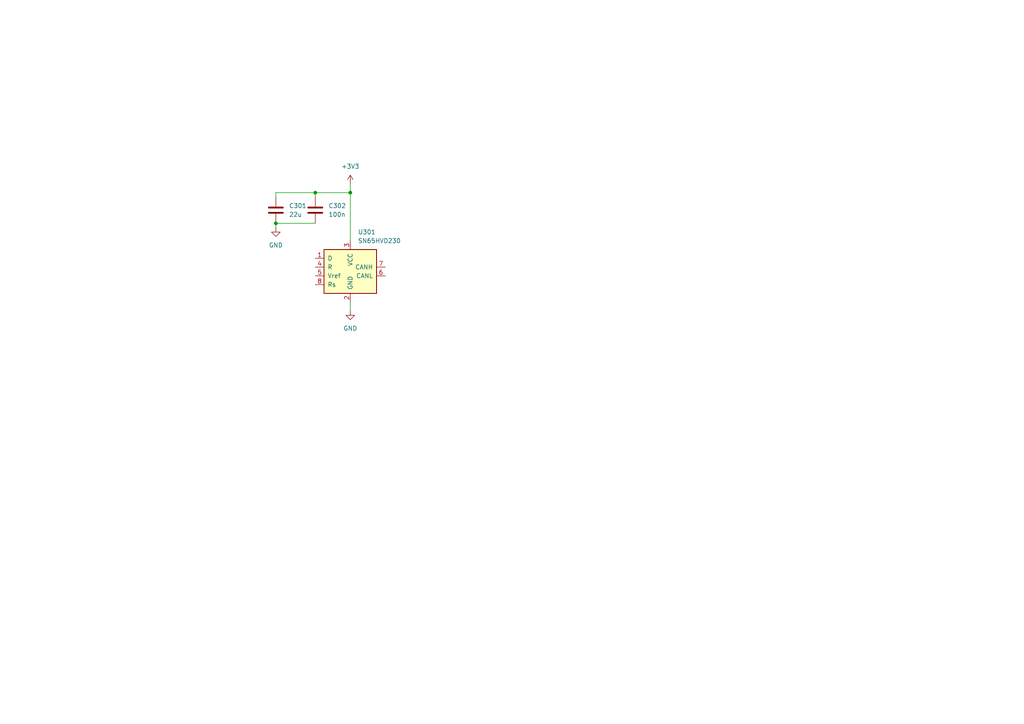
<source format=kicad_sch>
(kicad_sch (version 20231120) (generator "eeschema") (generator_version "8.0")
  (paper "A4")
  (lib_symbols
    (symbol "Device:C" (pin_numbers hide) (pin_names (offset 0.254))
      (property "Reference" "C" (at 0.635 2.54 0))
      (property "Value" "C" (at 0.635 -2.54 0))
      (symbol "C_0_1"
        (polyline (pts (xy -2.032 -0.762) (xy 2.032 -0.762)) (stroke (width 0.508)))
        (polyline (pts (xy -2.032 0.762) (xy 2.032 0.762)) (stroke (width 0.508)))
      )
      (symbol "C_1_1"
        (pin passive line (at 0 3.81 270) (length 2.794) (name "~") (number "1"))
        (pin passive line (at 0 -3.81 90) (length 2.794) (name "~") (number "2"))
      )
    )
    (symbol "Interface_CAN_LIN:SN65HVD230" (pin_names (offset 1.016))
      (property "Reference" "U" (at -2.54 10.16 0))
      (property "Value" "SN65HVD230" (at -2.54 7.62 0))
      (symbol "SN65HVD230_0_1"
        (rectangle (start -7.62 5.08) (end 7.62 -7.62) (stroke (width 0.254)) (fill (type background)))
      )
      (symbol "SN65HVD230_1_1"
        (pin input line (at -10.16 2.54 0) (length 2.54) (name "D") (number "1"))
        (pin power_in line (at 0 -10.16 90) (length 2.54) (name "GND") (number "2"))
        (pin power_in line (at 0 7.62 270) (length 2.54) (name "VCC") (number "3"))
        (pin output line (at -10.16 0 0) (length 2.54) (name "R") (number "4"))
        (pin output line (at -10.16 -2.54 0) (length 2.54) (name "Vref") (number "5"))
        (pin bidirectional line (at 10.16 -2.54 180) (length 2.54) (name "CANL") (number "6"))
        (pin bidirectional line (at 10.16 0 180) (length 2.54) (name "CANH") (number "7"))
        (pin input line (at -10.16 -5.08 0) (length 2.54) (name "Rs") (number "8"))
      )
    )
    (symbol "power:+3V3" (power) (pin_numbers hide) (pin_names (offset 0) hide)
      (property "Value" "+3V3" (at 0 3.556 0))
      (symbol "+3V3_0_1"
        (polyline (pts (xy -0.762 1.27) (xy 0 2.54)))
        (polyline (pts (xy 0 0) (xy 0 2.54)))
        (polyline (pts (xy 0 2.54) (xy 0.762 1.27)))
      )
      (symbol "+3V3_1_1"
        (pin power_in line (at 0 0 90) (length 0) (name "~") (number "1"))
      )
    )
    (symbol "power:GND" (power) (pin_numbers hide) (pin_names (offset 0) hide)
      (property "Value" "GND" (at 0 -3.81 0))
      (symbol "GND_0_1"
        (polyline (pts (xy 0 0) (xy 0 -1.27) (xy 1.27 -1.27) (xy 0 -2.54) (xy -1.27 -1.27) (xy 0 -1.27)))
      )
      (symbol "GND_1_1"
        (pin power_in line (at 0 0 270) (length 0) (name "~") (number "1"))
      )
    )
  )
  (junction (at 101.6 55.88))
  (junction (at 91.44 55.88))
  (junction (at 80.01 64.77))
  (wire (pts (xy 101.6 53.34) (xy 101.6 55.88)))
  (wire (pts (xy 91.44 55.88) (xy 101.6 55.88)))
  (wire (pts (xy 80.01 55.88) (xy 91.44 55.88)))
  (wire (pts (xy 101.6 55.88) (xy 101.6 69.85)))
  (wire (pts (xy 80.01 64.77) (xy 91.44 64.77)))
  (wire (pts (xy 101.6 90.17) (xy 101.6 87.63)))
  (wire (pts (xy 80.01 66.04) (xy 80.01 64.77)))
  (wire (pts (xy 80.01 57.15) (xy 80.01 55.88)))
  (wire (pts (xy 91.44 57.15) (xy 91.44 55.88)))
  (symbol (lib_id "power:GND") (at 80.01 66.04 0) (unit 1)
    (property "Reference" "#PWR0303" (effects (hide yes)))
    (property "Value" "GND" (at 80.01 71.12 0))
    (property "Description" "Power symbol creates a global label with name \"GND\" , ground" (effects (hide yes)))
    (instances (project "BaseStation" (path "" (reference "#PWR0303") (unit 1)) (path "" (reference "#PWR0403") (unit 1))))
  )
  (symbol (lib_id "Interface_CAN_LIN:SN65HVD230") (at 101.6 77.47 0) (unit 1)
    (property "Reference" "U301" (at 103.7941 67.31 0) (effects (justify left)))
    (property "Value" "SN65HVD230" (at 103.7941 69.85 0) (effects (justify left)))
    (property "Footprint" "Package_SO:SOIC-8_3.9x4.9mm_P1.27mm" (effects (hide yes)))
    (property "Datasheet" "http://www.ti.com/lit/ds/symlink/sn65hvd230.pdf" (effects (hide yes)))
    (property "Description" "CAN Bus Transceivers, 3.3V, 1Mbps, Low-Power capabilities, SOIC-8" (effects (hide yes)))
    (property "LCSC" "C12084" (effects (hide yes)))
    (instances (project "BaseStation" (path "" (reference "U301") (unit 1)) (path "" (reference "U401") (unit 1))))
  )
  (symbol (lib_id "power:GND") (at 101.6 90.17 0) (unit 1)
    (property "Reference" "#PWR0302" (effects (hide yes)))
    (property "Value" "GND" (at 101.6 95.25 0))
    (property "Description" "Power symbol creates a global label with name \"GND\" , ground" (effects (hide yes)))
    (instances (project "BaseStation" (path "" (reference "#PWR0302") (unit 1)) (path "" (reference "#PWR0402") (unit 1))))
  )
  (symbol (lib_id "Device:C") (at 80.01 60.96 0) (unit 1)
    (property "Reference" "C301" (at 83.82 59.6899 0) (effects (justify left)))
    (property "Value" "22u" (at 83.82 62.2299 0) (effects (justify left)))
    (property "Footprint" "Capacitor_SMD:C_0805_2012Metric" (effects (hide yes)))
    (property "Description" "Unpolarized capacitor" (effects (hide yes)))
    (property "LCSC" "C45783" (effects (hide yes)))
    (instances (project "BaseStation" (path "" (reference "C301") (unit 1)) (path "" (reference "C401") (unit 1))))
  )
  (symbol (lib_id "Device:C") (at 91.44 60.96 0) (unit 1)
    (property "Reference" "C302" (at 95.25 59.6899 0) (effects (justify left)))
    (property "Value" "100n" (at 95.25 62.2299 0) (effects (justify left)))
    (property "Footprint" "Capacitor_SMD:C_0402_1005Metric" (effects (hide yes)))
    (property "Description" "Unpolarized capacitor" (effects (hide yes)))
    (property "LCSC" "C1525" (effects (hide yes)))
    (instances (project "BaseStation" (path "" (reference "C302") (unit 1)) (path "" (reference "C402") (unit 1))))
  )
  (symbol (lib_id "power:+3V3") (at 101.6 53.34 0) (unit 1)
    (property "Reference" "#PWR0301" (effects (hide yes)))
    (property "Value" "+3V3" (at 101.6 48.26 0))
    (property "Description" "Power symbol creates a global label with name \"+3V3\"" (effects (hide yes)))
    (instances (project "BaseStation" (path "" (reference "#PWR0301") (unit 1)) (path "" (reference "#PWR0401") (unit 1))))
  )
)
</source>
